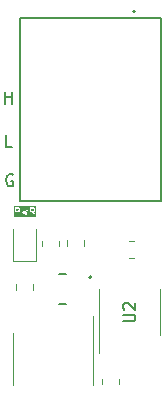
<source format=gbr>
%TF.GenerationSoftware,KiCad,Pcbnew,7.0.6-0*%
%TF.CreationDate,2023-10-30T11:37:55+11:00*%
%TF.ProjectId,controllino-can,636f6e74-726f-46c6-9c69-6e6f2d63616e,rev?*%
%TF.SameCoordinates,Original*%
%TF.FileFunction,Legend,Top*%
%TF.FilePolarity,Positive*%
%FSLAX46Y46*%
G04 Gerber Fmt 4.6, Leading zero omitted, Abs format (unit mm)*
G04 Created by KiCad (PCBNEW 7.0.6-0) date 2023-10-30 11:37:55*
%MOMM*%
%LPD*%
G01*
G04 APERTURE LIST*
%ADD10C,0.125000*%
%ADD11C,0.150000*%
%ADD12C,0.120000*%
%ADD13C,0.127000*%
%ADD14C,0.200000*%
G04 APERTURE END LIST*
D10*
G36*
X70060691Y-56774007D02*
G01*
X70074917Y-56788234D01*
X70092357Y-56823112D01*
X70092357Y-56879315D01*
X70074918Y-56914191D01*
X70060690Y-56928420D01*
X70025816Y-56945857D01*
X69874500Y-56945857D01*
X69874500Y-56756571D01*
X70025817Y-56756571D01*
X70060691Y-56774007D01*
G37*
G36*
X71346405Y-56774007D02*
G01*
X71360631Y-56788234D01*
X71378071Y-56823112D01*
X71378071Y-56879315D01*
X71360632Y-56914191D01*
X71346404Y-56928420D01*
X71311530Y-56945857D01*
X71160214Y-56945857D01*
X71160214Y-56756571D01*
X71311531Y-56756571D01*
X71346405Y-56774007D01*
G37*
G36*
X71588785Y-57442285D02*
G01*
X69663786Y-57442285D01*
X69663786Y-57294071D01*
X69749500Y-57294071D01*
X69767806Y-57338265D01*
X69812000Y-57356571D01*
X69856194Y-57338265D01*
X69874500Y-57294071D01*
X69874500Y-57070857D01*
X70040571Y-57070857D01*
X70054009Y-57065290D01*
X70068522Y-57064259D01*
X70125665Y-57035687D01*
X70132405Y-57027915D01*
X70141908Y-57023979D01*
X70170479Y-56995409D01*
X70174415Y-56985905D01*
X70182187Y-56979165D01*
X70210758Y-56922022D01*
X70211789Y-56907511D01*
X70217357Y-56894071D01*
X70217357Y-56808357D01*
X70211789Y-56794916D01*
X70210758Y-56780406D01*
X70182187Y-56723263D01*
X70174416Y-56716523D01*
X70171112Y-56708547D01*
X70294057Y-56708547D01*
X70436914Y-57308547D01*
X70442393Y-57316118D01*
X70443625Y-57325386D01*
X70455898Y-57334780D01*
X70464958Y-57347299D01*
X70474185Y-57348778D01*
X70481610Y-57354461D01*
X70496932Y-57352424D01*
X70512190Y-57354871D01*
X70519761Y-57349391D01*
X70529029Y-57348160D01*
X70538423Y-57335886D01*
X70550942Y-57326827D01*
X70552421Y-57317599D01*
X70558104Y-57310175D01*
X70611999Y-57108066D01*
X70665895Y-57310175D01*
X70671577Y-57317599D01*
X70673057Y-57326827D01*
X70685575Y-57335886D01*
X70694970Y-57348160D01*
X70704236Y-57349391D01*
X70711809Y-57354871D01*
X70727068Y-57352424D01*
X70742389Y-57354460D01*
X70749811Y-57348778D01*
X70759041Y-57347299D01*
X70768101Y-57334778D01*
X70780374Y-57325385D01*
X70781605Y-57316119D01*
X70787085Y-57308547D01*
X70790532Y-57294071D01*
X71035214Y-57294071D01*
X71053520Y-57338265D01*
X71097714Y-57356571D01*
X71141908Y-57338265D01*
X71160214Y-57294071D01*
X71160214Y-57070857D01*
X71208030Y-57070857D01*
X71389369Y-57329912D01*
X71429709Y-57355619D01*
X71476412Y-57345273D01*
X71502119Y-57304932D01*
X71491773Y-57258229D01*
X71355537Y-57063608D01*
X71411379Y-57035687D01*
X71418119Y-57027915D01*
X71427622Y-57023979D01*
X71456193Y-56995409D01*
X71460129Y-56985905D01*
X71467901Y-56979165D01*
X71496472Y-56922022D01*
X71497503Y-56907511D01*
X71503071Y-56894071D01*
X71503071Y-56808357D01*
X71497503Y-56794916D01*
X71496472Y-56780406D01*
X71467901Y-56723263D01*
X71460130Y-56716523D01*
X71456194Y-56707020D01*
X71427623Y-56678449D01*
X71418119Y-56674512D01*
X71411379Y-56666740D01*
X71354235Y-56638169D01*
X71339725Y-56637138D01*
X71326285Y-56631571D01*
X71097714Y-56631571D01*
X71053520Y-56649877D01*
X71035214Y-56694071D01*
X71035214Y-57294071D01*
X70790532Y-57294071D01*
X70929943Y-56708547D01*
X70922372Y-56661315D01*
X70883619Y-56633270D01*
X70836387Y-56640842D01*
X70808343Y-56679594D01*
X70722855Y-57038641D01*
X70672390Y-56849396D01*
X70667211Y-56842630D01*
X70666089Y-56834185D01*
X70653189Y-56824310D01*
X70643315Y-56811411D01*
X70634869Y-56810288D01*
X70628104Y-56805110D01*
X70612000Y-56807249D01*
X70595896Y-56805110D01*
X70589129Y-56810288D01*
X70580686Y-56811411D01*
X70570812Y-56824309D01*
X70557911Y-56834185D01*
X70556788Y-56842630D01*
X70551610Y-56849396D01*
X70501144Y-57038641D01*
X70415657Y-56679595D01*
X70387613Y-56640843D01*
X70340381Y-56633271D01*
X70301629Y-56661315D01*
X70294057Y-56708547D01*
X70171112Y-56708547D01*
X70170480Y-56707020D01*
X70141909Y-56678449D01*
X70132405Y-56674512D01*
X70125665Y-56666740D01*
X70068521Y-56638169D01*
X70054011Y-56637138D01*
X70040571Y-56631571D01*
X69812000Y-56631571D01*
X69767806Y-56649877D01*
X69749500Y-56694071D01*
X69749500Y-57294071D01*
X69663786Y-57294071D01*
X69663786Y-56545857D01*
X71588785Y-56545857D01*
X71588785Y-57442285D01*
G37*
D11*
X68929286Y-47875819D02*
X68929286Y-46875819D01*
X68929286Y-47352009D02*
X69500714Y-47352009D01*
X69500714Y-47875819D02*
X69500714Y-46875819D01*
X69524523Y-51558819D02*
X69048333Y-51558819D01*
X69048333Y-51558819D02*
X69048333Y-50558819D01*
X69603904Y-53908438D02*
X69508666Y-53860819D01*
X69508666Y-53860819D02*
X69365809Y-53860819D01*
X69365809Y-53860819D02*
X69222952Y-53908438D01*
X69222952Y-53908438D02*
X69127714Y-54003676D01*
X69127714Y-54003676D02*
X69080095Y-54098914D01*
X69080095Y-54098914D02*
X69032476Y-54289390D01*
X69032476Y-54289390D02*
X69032476Y-54432247D01*
X69032476Y-54432247D02*
X69080095Y-54622723D01*
X69080095Y-54622723D02*
X69127714Y-54717961D01*
X69127714Y-54717961D02*
X69222952Y-54813200D01*
X69222952Y-54813200D02*
X69365809Y-54860819D01*
X69365809Y-54860819D02*
X69461047Y-54860819D01*
X69461047Y-54860819D02*
X69603904Y-54813200D01*
X69603904Y-54813200D02*
X69651523Y-54765580D01*
X69651523Y-54765580D02*
X69651523Y-54432247D01*
X69651523Y-54432247D02*
X69461047Y-54432247D01*
X78956819Y-66309904D02*
X79766342Y-66309904D01*
X79766342Y-66309904D02*
X79861580Y-66262285D01*
X79861580Y-66262285D02*
X79909200Y-66214666D01*
X79909200Y-66214666D02*
X79956819Y-66119428D01*
X79956819Y-66119428D02*
X79956819Y-65928952D01*
X79956819Y-65928952D02*
X79909200Y-65833714D01*
X79909200Y-65833714D02*
X79861580Y-65786095D01*
X79861580Y-65786095D02*
X79766342Y-65738476D01*
X79766342Y-65738476D02*
X78956819Y-65738476D01*
X79052057Y-65309904D02*
X79004438Y-65262285D01*
X79004438Y-65262285D02*
X78956819Y-65167047D01*
X78956819Y-65167047D02*
X78956819Y-64928952D01*
X78956819Y-64928952D02*
X79004438Y-64833714D01*
X79004438Y-64833714D02*
X79052057Y-64786095D01*
X79052057Y-64786095D02*
X79147295Y-64738476D01*
X79147295Y-64738476D02*
X79242533Y-64738476D01*
X79242533Y-64738476D02*
X79385390Y-64786095D01*
X79385390Y-64786095D02*
X79956819Y-65357523D01*
X79956819Y-65357523D02*
X79956819Y-64738476D01*
D12*
%TO.C,R6*%
X72036000Y-59933064D02*
X72036000Y-59478936D01*
X73506000Y-59933064D02*
X73506000Y-59478936D01*
%TO.C,U1*%
X76410000Y-69485000D02*
X76410000Y-65885000D01*
X76410000Y-69485000D02*
X76410000Y-71685000D01*
X69640000Y-69485000D02*
X69640000Y-67285000D01*
X69640000Y-69485000D02*
X69640000Y-71685000D01*
D13*
%TO.C,J5*%
X82183000Y-40620500D02*
X82183000Y-56120500D01*
X70183000Y-40620500D02*
X82183000Y-40620500D01*
X82183000Y-56120500D02*
X70183000Y-56120500D01*
X70183000Y-56120500D02*
X70183000Y-40620500D01*
D14*
X79983000Y-40070500D02*
G75*
G03*
X79983000Y-40070500I-100000J0D01*
G01*
D12*
%TO.C,R1*%
X79401936Y-59463000D02*
X79856064Y-59463000D01*
X79401936Y-60933000D02*
X79856064Y-60933000D01*
%TO.C,D3*%
X69652000Y-61185500D02*
X71572000Y-61185500D01*
X71572000Y-61185500D02*
X71572000Y-58500500D01*
X69652000Y-58500500D02*
X69652000Y-61185500D01*
%TO.C,R4*%
X77116000Y-71601064D02*
X77116000Y-71146936D01*
X78586000Y-71601064D02*
X78586000Y-71146936D01*
%TO.C,C8*%
X75665000Y-59444748D02*
X75665000Y-59967252D01*
X74195000Y-59444748D02*
X74195000Y-59967252D01*
%TO.C,C9*%
X69877000Y-63628752D02*
X69877000Y-63106248D01*
X71347000Y-63628752D02*
X71347000Y-63106248D01*
D13*
%TO.C,Y2*%
X74085500Y-62298500D02*
X73545500Y-62298500D01*
X73545500Y-64798500D02*
X74085500Y-64798500D01*
D14*
X76265500Y-62578500D02*
G75*
G03*
X76265500Y-62578500I-100000J0D01*
G01*
D12*
%TO.C,U2*%
X76942000Y-65548000D02*
X76942000Y-68998000D01*
X76942000Y-65548000D02*
X76942000Y-63598000D01*
X82062000Y-65548000D02*
X82062000Y-67498000D01*
X82062000Y-65548000D02*
X82062000Y-63598000D01*
%TD*%
M02*

</source>
